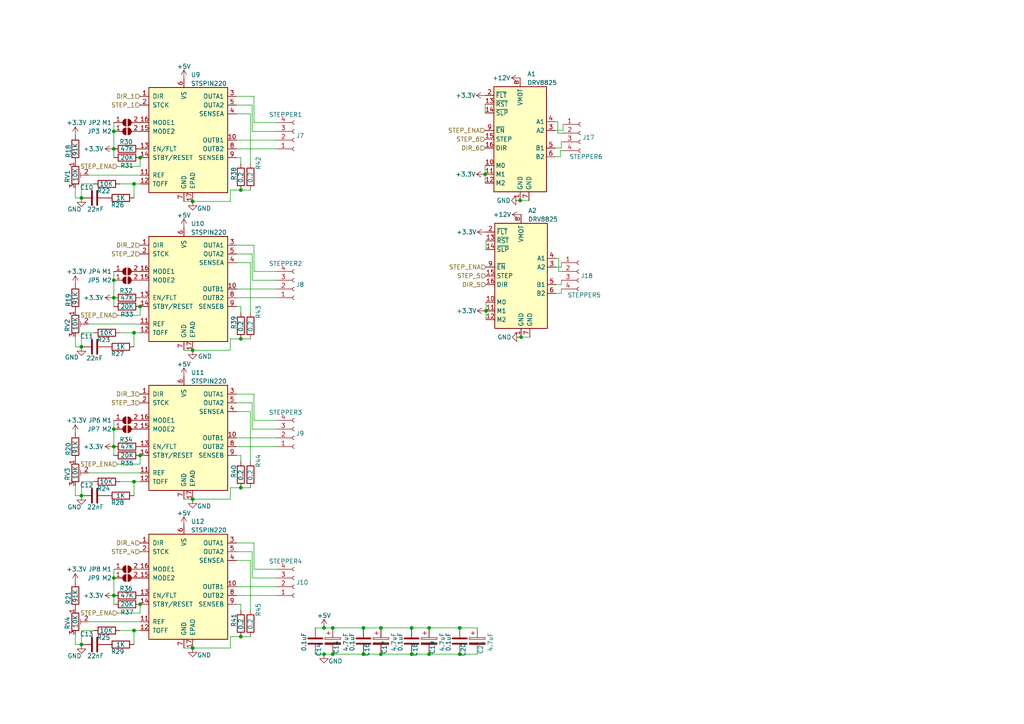
<source format=kicad_sch>
(kicad_sch (version 20211123) (generator eeschema)
  (paper "A4")
  (lib_symbols
    (symbol "Connector:Conn_01x04_Female" (pin_names (offset 1.016) hide)
      (property "Reference" "J" (at 0 5.08 0))
      (property "Value" "Conn_01x04_Female" (at 0 -7.62 0))
      (symbol "Conn_01x04_Female_1_1"
        (arc (start 0 -4.572) (mid -0.508 -5.08) (end 0 -5.588) (stroke (width 0.1524)))
        (arc (start 0 -2.032) (mid -0.508 -2.54) (end 0 -3.048) (stroke (width 0.1524)))
        (polyline (pts (xy -1.27 -5.08) (xy -0.508 -5.08)) (stroke (width 0.1524)))
        (polyline (pts (xy -1.27 -2.54) (xy -0.508 -2.54)) (stroke (width 0.1524)))
        (polyline (pts (xy -1.27 0) (xy -0.508 0)) (stroke (width 0.1524)))
        (polyline (pts (xy -1.27 2.54) (xy -0.508 2.54)) (stroke (width 0.1524)))
        (arc (start 0 0.508) (mid -0.508 0) (end 0 -0.508) (stroke (width 0.1524)))
        (arc (start 0 3.048) (mid -0.508 2.54) (end 0 2.032) (stroke (width 0.1524)))
        (pin passive line (at -5.08 2.54 0) (length 3.81) (name "Pin_1") (number "1"))
        (pin passive line (at -5.08 0 0) (length 3.81) (name "Pin_2") (number "2"))
        (pin passive line (at -5.08 -2.54 0) (length 3.81) (name "Pin_3") (number "3"))
        (pin passive line (at -5.08 -5.08 0) (length 3.81) (name "Pin_4") (number "4"))
      )
    )
    (symbol "Device:C" (pin_numbers hide) (pin_names (offset 0.254))
      (property "Reference" "C" (at 0.635 2.54 0))
      (property "Value" "C" (at 0.635 -2.54 0))
      (symbol "C_0_1"
        (polyline (pts (xy -2.032 -0.762) (xy 2.032 -0.762)) (stroke (width 0.508)))
        (polyline (pts (xy -2.032 0.762) (xy 2.032 0.762)) (stroke (width 0.508)))
      )
      (symbol "C_1_1"
        (pin passive line (at 0 3.81 270) (length 2.794) (name "~") (number "1"))
        (pin passive line (at 0 -3.81 90) (length 2.794) (name "~") (number "2"))
      )
    )
    (symbol "Device:C_Polarized" (pin_numbers hide) (pin_names (offset 0.254))
      (property "Reference" "C" (at 0.635 2.54 0))
      (property "Value" "C_Polarized" (at 0.635 -2.54 0))
      (symbol "C_Polarized_0_1"
        (rectangle (start -2.286 0.508) (end 2.286 1.016))
        (polyline (pts (xy -1.778 2.286) (xy -0.762 2.286)))
        (polyline (pts (xy -1.27 2.794) (xy -1.27 1.778)))
        (rectangle (start 2.286 -0.508) (end -2.286 -1.016) (fill (type outline)))
      )
      (symbol "C_Polarized_1_1"
        (pin passive line (at 0 3.81 270) (length 2.794) (name "~") (number "1"))
        (pin passive line (at 0 -3.81 90) (length 2.794) (name "~") (number "2"))
      )
    )
    (symbol "Device:R" (pin_numbers hide) (pin_names (offset 0))
      (property "Reference" "R" (at 2.032 0 90))
      (property "Value" "R" (at 0 0 90))
      (symbol "R_0_1"
        (rectangle (start -1.016 -2.54) (end 1.016 2.54) (stroke (width 0.254)))
      )
      (symbol "R_1_1"
        (pin passive line (at 0 3.81 270) (length 1.27) (name "~") (number "1"))
        (pin passive line (at 0 -3.81 90) (length 1.27) (name "~") (number "2"))
      )
    )
    (symbol "Device:R_Potentiometer_Trim" (pin_names (offset 1.016) hide)
      (property "Reference" "RV" (at -4.445 0 90))
      (property "Value" "R_Potentiometer_Trim" (at -2.54 0 90))
      (symbol "R_Potentiometer_Trim_0_1"
        (polyline (pts (xy 1.524 0.762) (xy 1.524 -0.762)))
        (polyline (pts (xy 2.54 0) (xy 1.524 0)))
        (rectangle (start 1.016 2.54) (end -1.016 -2.54) (stroke (width 0.254)))
      )
      (symbol "R_Potentiometer_Trim_1_1"
        (pin passive line (at 0 3.81 270) (length 1.27) (name "1") (number "1"))
        (pin passive line (at 3.81 0 180) (length 1.27) (name "2") (number "2"))
        (pin passive line (at 0 -3.81 90) (length 1.27) (name "3") (number "3"))
      )
    )
    (symbol "Driver_Motor:Pololu_Breakout_DRV8825"
      (property "Reference" "A" (at -2.54 16.51 0))
      (property "Value" "Pololu_Breakout_DRV8825" (at -2.54 13.97 0))
      (symbol "Pololu_Breakout_DRV8825_0_1"
        (rectangle (start 7.62 -17.78) (end -7.62 12.7) (stroke (width 0.254)) (fill (type background)))
      )
      (symbol "Pololu_Breakout_DRV8825_1_1"
        (pin power_in line (at 0 -20.32 90) (length 2.54) (name "GND") (number "1"))
        (pin input line (at -10.16 -10.16 0) (length 2.54) (name "M0") (number "10"))
        (pin input line (at -10.16 -12.7 0) (length 2.54) (name "M1") (number "11"))
        (pin input line (at -10.16 -15.24 0) (length 2.54) (name "M2") (number "12"))
        (pin input line (at -10.16 7.62 0) (length 2.54) (name "~{RST}") (number "13"))
        (pin input line (at -10.16 5.08 0) (length 2.54) (name "~{SLP}") (number "14"))
        (pin input line (at -10.16 -2.54 0) (length 2.54) (name "STEP") (number "15"))
        (pin input line (at -10.16 -5.08 0) (length 2.54) (name "DIR") (number "16"))
        (pin output line (at -10.16 10.16 0) (length 2.54) (name "~{FLT}") (number "2"))
        (pin output line (at 10.16 0 180) (length 2.54) (name "A2") (number "3"))
        (pin output line (at 10.16 2.54 180) (length 2.54) (name "A1") (number "4"))
        (pin output line (at 10.16 -5.08 180) (length 2.54) (name "B1") (number "5"))
        (pin output line (at 10.16 -7.62 180) (length 2.54) (name "B2") (number "6"))
        (pin power_in line (at 2.54 -20.32 90) (length 2.54) (name "GND") (number "7"))
        (pin power_in line (at 0 15.24 270) (length 2.54) (name "VMOT") (number "8"))
        (pin input line (at -10.16 0 0) (length 2.54) (name "~{EN}") (number "9"))
      )
    )
    (symbol "Driver_Motor:STSPIN220" (pin_names (offset 1.016))
      (property "Reference" "U" (at -10.16 16.51 0))
      (property "Value" "STSPIN220" (at 5.08 16.51 0))
      (symbol "STSPIN220_0_1"
        (rectangle (start -10.16 15.24) (end 12.7 -15.24) (stroke (width 0.254)) (fill (type background)))
      )
      (symbol "STSPIN220_1_1"
        (pin input line (at -12.7 12.7 0) (length 2.54) (name "DIR") (number "1"))
        (pin power_out line (at 15.24 0 180) (length 2.54) (name "OUTB1") (number "10"))
        (pin input line (at -12.7 -10.16 0) (length 2.54) (name "REF") (number "11"))
        (pin input line (at -12.7 -12.7 0) (length 2.54) (name "TOFF") (number "12"))
        (pin bidirectional line (at -12.7 -2.54 0) (length 2.54) (name "EN/FLT") (number "13"))
        (pin input line (at -12.7 -5.08 0) (length 2.54) (name "STBY/RESET") (number "14"))
        (pin input line (at -12.7 2.54 0) (length 2.54) (name "MODE2") (number "15"))
        (pin input line (at -12.7 5.08 0) (length 2.54) (name "MODE1") (number "16"))
        (pin power_in line (at 2.54 -17.78 90) (length 2.54) (name "EPAD") (number "17"))
        (pin input line (at -12.7 10.16 0) (length 2.54) (name "STCK") (number "2"))
        (pin power_out line (at 15.24 12.7 180) (length 2.54) (name "OUTA1") (number "3"))
        (pin power_out line (at 15.24 7.62 180) (length 2.54) (name "SENSEA") (number "4"))
        (pin power_out line (at 15.24 10.16 180) (length 2.54) (name "OUTA2") (number "5"))
        (pin power_in line (at 0 17.78 270) (length 2.54) (name "VS") (number "6"))
        (pin power_in line (at 0 -17.78 90) (length 2.54) (name "GND") (number "7"))
        (pin power_out line (at 15.24 -2.54 180) (length 2.54) (name "OUTB2") (number "8"))
        (pin power_out line (at 15.24 -5.08 180) (length 2.54) (name "SENSEB") (number "9"))
      )
    )
    (symbol "Jumper:SolderJumper_2_Open" (pin_names (offset 0) hide)
      (property "Reference" "JP" (at 0 2.032 0))
      (property "Value" "SolderJumper_2_Open" (at 0 -2.54 0))
      (symbol "SolderJumper_2_Open_0_1"
        (arc (start -0.254 1.016) (mid -1.27 0) (end -0.254 -1.016))
        (arc (start -0.254 1.016) (mid -1.27 0) (end -0.254 -1.016) (fill (type outline)))
        (polyline (pts (xy -0.254 1.016) (xy -0.254 -1.016)))
        (polyline (pts (xy 0.254 1.016) (xy 0.254 -1.016)))
        (arc (start 0.254 -1.016) (mid 1.27 0) (end 0.254 1.016))
        (arc (start 0.254 -1.016) (mid 1.27 0) (end 0.254 1.016) (fill (type outline)))
      )
      (symbol "SolderJumper_2_Open_1_1"
        (pin passive line (at -3.81 0 0) (length 2.54) (name "A") (number "1"))
        (pin passive line (at 3.81 0 180) (length 2.54) (name "B") (number "2"))
      )
    )
    (symbol "power:+12V" (power) (pin_names (offset 0))
      (property "Value" "+12V" (at 0 3.556 0))
      (symbol "+12V_0_1"
        (polyline (pts (xy -0.762 1.27) (xy 0 2.54)))
        (polyline (pts (xy 0 0) (xy 0 2.54)))
        (polyline (pts (xy 0 2.54) (xy 0.762 1.27)))
      )
      (symbol "+12V_1_1"
        (pin power_in line (at 0 0 90) (length 0) hide (name "+12V") (number "1"))
      )
    )
    (symbol "power:+3.3V" (power) (pin_names (offset 0))
      (property "Value" "+3.3V" (at 0 3.556 0))
      (symbol "+3.3V_0_1"
        (polyline (pts (xy -0.762 1.27) (xy 0 2.54)))
        (polyline (pts (xy 0 0) (xy 0 2.54)))
        (polyline (pts (xy 0 2.54) (xy 0.762 1.27)))
      )
      (symbol "+3.3V_1_1"
        (pin power_in line (at 0 0 90) (length 0) hide (name "+3.3V") (number "1"))
      )
    )
    (symbol "power:+5V" (power) (pin_names (offset 0))
      (property "Value" "+5V" (at 0 3.556 0))
      (symbol "+5V_0_1"
        (polyline (pts (xy -0.762 1.27) (xy 0 2.54)))
        (polyline (pts (xy 0 0) (xy 0 2.54)))
        (polyline (pts (xy 0 2.54) (xy 0.762 1.27)))
      )
      (symbol "+5V_1_1"
        (pin power_in line (at 0 0 90) (length 0) hide (name "+5V") (number "1"))
      )
    )
    (symbol "power:GND" (power) (pin_names (offset 0))
      (property "Value" "GND" (at 0 -3.81 0))
      (symbol "GND_0_1"
        (polyline (pts (xy 0 0) (xy 0 -1.27) (xy 1.27 -1.27) (xy 0 -2.54) (xy -1.27 -1.27) (xy 0 -1.27)))
      )
      (symbol "GND_1_1"
        (pin power_in line (at 0 0 270) (length 0) hide (name "GND") (number "1"))
      )
    )
  )
  (junction (at 119.38 182.118))
  (junction (at 23.622 100.584))
  (junction (at 93.98 189.738))
  (junction (at 38.862 53.34))
  (junction (at 110.49 189.738))
  (junction (at 33.02 38.1))
  (junction (at 151.13 97.79))
  (junction (at 40.64 132.08))
  (junction (at 140.716 50.546))
  (junction (at 133.35 182.118))
  (junction (at 69.85 98.298))
  (junction (at 33.02 167.64))
  (junction (at 23.622 143.764))
  (junction (at 55.88 58.42))
  (junction (at 55.88 187.96))
  (junction (at 33.02 86.36))
  (junction (at 124.46 182.118))
  (junction (at 105.41 182.118))
  (junction (at 93.98 182.118))
  (junction (at 69.85 184.658))
  (junction (at 119.38 189.738))
  (junction (at 140.97 90.17))
  (junction (at 124.46 189.738))
  (junction (at 33.02 129.54))
  (junction (at 110.49 182.118))
  (junction (at 38.862 96.52))
  (junction (at 40.64 175.26))
  (junction (at 23.622 186.944))
  (junction (at 69.85 141.478))
  (junction (at 33.02 124.46))
  (junction (at 38.862 182.88))
  (junction (at 55.88 101.6))
  (junction (at 33.02 81.28))
  (junction (at 105.41 189.738))
  (junction (at 150.876 58.166))
  (junction (at 40.64 88.9))
  (junction (at 55.88 144.78))
  (junction (at 69.85 55.118))
  (junction (at 23.622 57.404))
  (junction (at 40.64 45.72))
  (junction (at 33.02 43.18))
  (junction (at 96.52 189.738))
  (junction (at 38.862 139.7))
  (junction (at 96.52 182.118))
  (junction (at 133.35 189.738))
  (junction (at 33.02 172.72))
  (wire (pts (xy 68.58 71.12) (xy 73.66 71.12)))
  (wire (pts (xy 53.34 58.42) (xy 55.88 58.42)))
  (wire (pts (xy 73.66 114.3) (xy 73.66 121.92)))
  (wire (pts (xy 34.798 139.7) (xy 38.862 139.7)))
  (wire (pts (xy 68.58 129.54) (xy 80.264 129.54)))
  (wire (pts (xy 69.85 45.72) (xy 69.85 47.498)))
  (wire (pts (xy 27.178 53.34) (xy 23.622 53.34)))
  (wire (pts (xy 34.036 177.8) (xy 40.64 177.8)))
  (wire (pts (xy 72.644 162.56) (xy 72.644 177.038)))
  (wire (pts (xy 73.66 71.12) (xy 73.66 78.74)))
  (wire (pts (xy 110.49 182.118) (xy 119.38 182.118)))
  (wire (pts (xy 69.85 55.118) (xy 72.644 55.118)))
  (wire (pts (xy 38.862 53.34) (xy 38.862 57.404)))
  (wire (pts (xy 33.02 121.92) (xy 33.02 124.46)))
  (wire (pts (xy 68.58 43.18) (xy 80.264 43.18)))
  (wire (pts (xy 27.178 139.7) (xy 23.622 139.7)))
  (wire (pts (xy 140.716 48.006) (xy 140.716 50.546)))
  (wire (pts (xy 68.58 30.48) (xy 73.152 30.48)))
  (wire (pts (xy 73.152 167.64) (xy 80.264 167.64)))
  (wire (pts (xy 21.844 57.404) (xy 23.622 57.404)))
  (wire (pts (xy 69.85 141.478) (xy 72.644 141.478)))
  (wire (pts (xy 21.844 100.584) (xy 23.622 100.584)))
  (wire (pts (xy 40.64 175.26) (xy 40.64 177.8)))
  (wire (pts (xy 68.58 88.9) (xy 69.85 88.9)))
  (wire (pts (xy 23.622 182.88) (xy 23.622 186.944)))
  (wire (pts (xy 38.862 139.7) (xy 40.64 139.7)))
  (wire (pts (xy 33.02 78.74) (xy 33.02 81.28)))
  (wire (pts (xy 21.844 54.61) (xy 21.844 57.404)))
  (wire (pts (xy 161.036 35.306) (xy 161.798 35.306)))
  (wire (pts (xy 68.58 83.82) (xy 80.264 83.82)))
  (wire (pts (xy 68.58 33.02) (xy 72.644 33.02)))
  (wire (pts (xy 69.85 88.9) (xy 69.85 90.678)))
  (wire (pts (xy 66.802 98.298) (xy 66.802 101.6)))
  (wire (pts (xy 73.152 81.28) (xy 80.264 81.28)))
  (wire (pts (xy 66.802 144.78) (xy 55.88 144.78)))
  (wire (pts (xy 162.56 45.466) (xy 162.56 43.688)))
  (wire (pts (xy 33.02 43.18) (xy 33.02 45.72)))
  (wire (pts (xy 66.802 58.42) (xy 55.88 58.42)))
  (wire (pts (xy 25.654 137.16) (xy 40.64 137.16)))
  (wire (pts (xy 66.802 187.96) (xy 55.88 187.96)))
  (wire (pts (xy 161.036 37.846) (xy 163.322 37.846)))
  (wire (pts (xy 53.34 187.96) (xy 55.88 187.96)))
  (wire (pts (xy 40.64 132.08) (xy 40.64 134.62)))
  (wire (pts (xy 73.66 35.56) (xy 80.264 35.56)))
  (wire (pts (xy 163.322 37.846) (xy 163.322 36.068)))
  (wire (pts (xy 68.58 162.56) (xy 72.644 162.56)))
  (wire (pts (xy 93.98 189.738) (xy 96.52 189.738)))
  (wire (pts (xy 161.798 38.608) (xy 161.798 35.306)))
  (wire (pts (xy 34.036 48.26) (xy 40.64 48.26)))
  (wire (pts (xy 69.85 98.298) (xy 72.644 98.298)))
  (wire (pts (xy 27.178 96.52) (xy 23.622 96.52)))
  (wire (pts (xy 161.29 77.47) (xy 162.814 77.47)))
  (wire (pts (xy 21.844 184.15) (xy 21.844 186.944)))
  (wire (pts (xy 162.814 77.47) (xy 162.814 76.2)))
  (wire (pts (xy 23.622 139.7) (xy 23.622 143.764)))
  (wire (pts (xy 34.036 134.62) (xy 40.64 134.62)))
  (wire (pts (xy 73.152 160.02) (xy 73.152 167.64)))
  (wire (pts (xy 105.41 182.118) (xy 110.49 182.118)))
  (wire (pts (xy 69.85 141.478) (xy 66.802 141.478)))
  (wire (pts (xy 34.798 96.52) (xy 38.862 96.52)))
  (wire (pts (xy 25.654 93.98) (xy 40.64 93.98)))
  (wire (pts (xy 33.02 81.28) (xy 33.02 86.36)))
  (wire (pts (xy 119.38 189.738) (xy 124.46 189.738)))
  (wire (pts (xy 68.58 116.84) (xy 73.152 116.84)))
  (wire (pts (xy 40.64 88.9) (xy 40.64 91.44)))
  (wire (pts (xy 151.13 97.79) (xy 153.67 97.79)))
  (wire (pts (xy 96.52 182.118) (xy 105.41 182.118)))
  (wire (pts (xy 33.02 38.1) (xy 33.02 43.18)))
  (wire (pts (xy 68.58 160.02) (xy 73.152 160.02)))
  (wire (pts (xy 72.644 119.38) (xy 72.644 133.858)))
  (wire (pts (xy 68.58 157.48) (xy 73.66 157.48)))
  (wire (pts (xy 38.862 53.34) (xy 40.64 53.34)))
  (wire (pts (xy 33.02 165.1) (xy 33.02 167.64)))
  (wire (pts (xy 66.802 141.478) (xy 66.802 144.78)))
  (wire (pts (xy 68.58 73.66) (xy 73.152 73.66)))
  (wire (pts (xy 68.58 114.3) (xy 73.66 114.3)))
  (wire (pts (xy 34.798 182.88) (xy 38.862 182.88)))
  (wire (pts (xy 163.322 38.608) (xy 161.798 38.608)))
  (wire (pts (xy 27.178 182.88) (xy 23.622 182.88)))
  (wire (pts (xy 140.716 50.546) (xy 140.716 53.086)))
  (wire (pts (xy 68.58 172.72) (xy 80.264 172.72)))
  (wire (pts (xy 66.802 184.658) (xy 66.802 187.96)))
  (wire (pts (xy 68.58 76.2) (xy 72.644 76.2)))
  (wire (pts (xy 68.58 40.64) (xy 80.264 40.64)))
  (wire (pts (xy 25.654 50.8) (xy 40.64 50.8)))
  (wire (pts (xy 69.85 55.118) (xy 66.802 55.118)))
  (wire (pts (xy 34.798 53.34) (xy 38.862 53.34)))
  (wire (pts (xy 38.862 182.88) (xy 38.862 186.944)))
  (wire (pts (xy 73.66 157.48) (xy 73.66 165.1)))
  (wire (pts (xy 150.876 58.166) (xy 153.416 58.166)))
  (wire (pts (xy 38.862 139.7) (xy 38.862 143.764)))
  (wire (pts (xy 68.58 132.08) (xy 69.85 132.08)))
  (wire (pts (xy 33.02 167.64) (xy 33.02 172.72)))
  (wire (pts (xy 38.862 96.52) (xy 38.862 100.584)))
  (wire (pts (xy 68.58 170.18) (xy 80.264 170.18)))
  (wire (pts (xy 124.46 189.738) (xy 133.35 189.738)))
  (wire (pts (xy 69.85 175.26) (xy 69.85 177.038)))
  (wire (pts (xy 21.844 140.97) (xy 21.844 143.764)))
  (wire (pts (xy 21.844 97.79) (xy 21.844 100.584)))
  (wire (pts (xy 69.85 98.298) (xy 66.802 98.298)))
  (wire (pts (xy 140.716 30.226) (xy 140.716 32.766)))
  (wire (pts (xy 33.02 172.72) (xy 33.02 175.26)))
  (wire (pts (xy 69.85 184.658) (xy 66.802 184.658)))
  (wire (pts (xy 161.036 45.466) (xy 162.56 45.466)))
  (wire (pts (xy 69.85 132.08) (xy 69.85 133.858)))
  (wire (pts (xy 124.46 182.118) (xy 133.35 182.118)))
  (wire (pts (xy 23.622 96.52) (xy 23.622 100.584)))
  (wire (pts (xy 133.35 182.118) (xy 138.43 182.118)))
  (wire (pts (xy 133.35 189.738) (xy 138.43 189.738)))
  (wire (pts (xy 68.58 86.36) (xy 80.264 86.36)))
  (wire (pts (xy 140.97 69.85) (xy 140.97 72.39)))
  (wire (pts (xy 69.85 184.658) (xy 72.644 184.658)))
  (wire (pts (xy 73.66 27.94) (xy 73.66 35.56)))
  (wire (pts (xy 161.29 85.09) (xy 162.814 85.09)))
  (wire (pts (xy 33.02 35.56) (xy 33.02 38.1)))
  (wire (pts (xy 68.58 27.94) (xy 73.66 27.94)))
  (wire (pts (xy 91.44 182.118) (xy 93.98 182.118)))
  (wire (pts (xy 68.58 127) (xy 80.264 127)))
  (wire (pts (xy 68.58 119.38) (xy 72.644 119.38)))
  (wire (pts (xy 33.02 86.36) (xy 33.02 88.9)))
  (wire (pts (xy 38.862 96.52) (xy 40.64 96.52)))
  (wire (pts (xy 163.322 41.148) (xy 162.814 41.148)))
  (wire (pts (xy 73.66 78.74) (xy 80.264 78.74)))
  (wire (pts (xy 33.02 124.46) (xy 33.02 129.54)))
  (wire (pts (xy 73.152 124.46) (xy 80.264 124.46)))
  (wire (pts (xy 73.152 30.48) (xy 73.152 38.1)))
  (wire (pts (xy 162.56 43.688) (xy 163.322 43.688)))
  (wire (pts (xy 40.64 45.72) (xy 40.64 48.26)))
  (wire (pts (xy 162.814 41.148) (xy 162.814 42.926)))
  (wire (pts (xy 162.052 74.93) (xy 162.052 78.74)))
  (wire (pts (xy 161.29 82.55) (xy 162.814 82.55)))
  (wire (pts (xy 66.802 55.118) (xy 66.802 58.42)))
  (wire (pts (xy 110.49 189.738) (xy 119.38 189.738)))
  (wire (pts (xy 105.41 189.738) (xy 110.49 189.738)))
  (wire (pts (xy 73.66 121.92) (xy 80.264 121.92)))
  (wire (pts (xy 161.036 42.926) (xy 162.814 42.926)))
  (wire (pts (xy 73.152 38.1) (xy 80.264 38.1)))
  (wire (pts (xy 140.97 90.17) (xy 140.97 92.71)))
  (wire (pts (xy 21.844 186.944) (xy 23.622 186.944)))
  (wire (pts (xy 68.58 175.26) (xy 69.85 175.26)))
  (wire (pts (xy 72.644 33.02) (xy 72.644 47.498)))
  (wire (pts (xy 162.052 78.74) (xy 162.814 78.74)))
  (wire (pts (xy 91.44 189.738) (xy 93.98 189.738)))
  (wire (pts (xy 72.644 76.2) (xy 72.644 90.678)))
  (wire (pts (xy 140.97 87.63) (xy 140.97 90.17)))
  (wire (pts (xy 96.52 189.738) (xy 105.41 189.738)))
  (wire (pts (xy 68.58 45.72) (xy 69.85 45.72)))
  (wire (pts (xy 162.814 82.55) (xy 162.814 81.28)))
  (wire (pts (xy 25.654 180.34) (xy 40.64 180.34)))
  (wire (pts (xy 162.814 85.09) (xy 162.814 83.82)))
  (wire (pts (xy 53.34 144.78) (xy 55.88 144.78)))
  (wire (pts (xy 34.036 91.44) (xy 40.64 91.44)))
  (wire (pts (xy 73.152 116.84) (xy 73.152 124.46)))
  (wire (pts (xy 38.862 182.88) (xy 40.64 182.88)))
  (wire (pts (xy 73.66 165.1) (xy 80.264 165.1)))
  (wire (pts (xy 33.02 129.54) (xy 33.02 132.08)))
  (wire (pts (xy 53.34 101.6) (xy 55.88 101.6)))
  (wire (pts (xy 23.622 53.34) (xy 23.622 57.404)))
  (wire (pts (xy 119.38 182.118) (xy 124.46 182.118)))
  (wire (pts (xy 21.844 143.764) (xy 23.622 143.764)))
  (wire (pts (xy 93.98 182.118) (xy 96.52 182.118)))
  (wire (pts (xy 161.29 74.93) (xy 162.052 74.93)))
  (wire (pts (xy 73.152 73.66) (xy 73.152 81.28)))
  (wire (pts (xy 66.802 101.6) (xy 55.88 101.6)))
  (hierarchical_label "STEP_ENA" (shape input) (at 34.036 48.26 180))
  (hierarchical_label "DIR_3" (shape input) (at 40.64 114.3 180))
  (hierarchical_label "DIR_4" (shape input) (at 40.64 157.48 180))
  (hierarchical_label "DIR_5" (shape input) (at 140.97 82.55 180))
  (hierarchical_label "STEP_3" (shape input) (at 40.64 116.84 180))
  (hierarchical_label "DIR_1" (shape input) (at 40.64 27.94 180))
  (hierarchical_label "DIR_2" (shape input) (at 40.64 71.12 180))
  (hierarchical_label "STEP_ENA" (shape input) (at 34.036 134.62 180))
  (hierarchical_label "STEP_ENA" (shape input) (at 140.716 37.846 180))
  (hierarchical_label "STEP_ENA" (shape input) (at 34.036 91.44 180))
  (hierarchical_label "STEP_2" (shape input) (at 40.64 73.66 180))
  (hierarchical_label "STEP_6" (shape input) (at 140.716 40.386 180))
  (hierarchical_label "STEP_4" (shape input) (at 40.64 160.02 180))
  (hierarchical_label "STEP_5" (shape input) (at 140.97 80.01 180))
  (hierarchical_label "STEP_1" (shape input) (at 40.64 30.48 180))
  (hierarchical_label "DIR_6" (shape input) (at 140.716 42.926 180))
  (hierarchical_label "STEP_ENA" (shape input) (at 34.036 177.8 180))
  (hierarchical_label "STEP_ENA" (shape input) (at 140.97 77.47 180))
  (symbol (lib_id "Device:R") (at 35.052 143.764 90) (unit 1)
    (property "Reference" "R28" (at 36.068 145.796 90) (effects (justify left)))
    (property "Value" "1K" (at 36.322 143.764 90) (effects (justify left)))
    (property "Footprint" "Resistor_SMD:R_0603_1608Metric" (effects hide))
  )
  (symbol (lib_id "power:GND") (at 150.876 58.166 270) (unit 1)
    (property "Reference" "#PWR0120" (effects hide))
    (property "Value" "GND" (at 146.05 58.166 90))
  )
  (symbol (lib_id "power:GND") (at 23.622 100.584 0) (unit 1)
    (property "Reference" "#PWR034" (effects hide))
    (property "Value" "GND" (at 20.828 103.632 0))
  )
  (symbol (lib_id "Device:C_Polarized") (at 96.52 185.928 0) (unit 1)
    (property "Reference" "C15" (at 97.536 189.738 90) (effects (justify left)))
    (property "Value" "4.7uF" (at 100.33 188.976 90) (effects (justify left)))
    (property "Footprint" "Capacitor_Tantalum_SMD:CP_EIA-2012-12_Kemet-R" (effects hide))
  )
  (symbol (lib_id "power:+5V") (at 53.34 109.22 0) (unit 1)
    (property "Reference" "#PWR043" (effects hide))
    (property "Value" "+5V" (at 53.34 105.6442 0))
  )
  (symbol (lib_id "Connector:Conn_01x04_Female") (at 168.402 38.608 0) (unit 1)
    (property "Reference" "J17" (at 168.91 39.878 0) (effects (justify left)))
    (property "Value" "STEPPER6" (at 165.1 45.466 0) (effects (justify left)))
    (property "Footprint" "Connector_JST:JST_GH_SM04B-GHS-TB_1x04-1MP_P1.25mm_Horizontal" (effects hide))
  )
  (symbol (lib_id "power:+3.3V") (at 33.02 172.72 90) (unit 1)
    (property "Reference" "#PWR040" (effects hide))
    (property "Value" "+3.3V" (at 24.13 172.72 90) (effects (justify right)))
  )
  (symbol (lib_id "Device:R") (at 72.644 51.308 0) (unit 1)
    (property "Reference" "R42" (at 74.93 49.276 90) (effects (justify left)))
    (property "Value" "0.2" (at 72.644 53.086 90) (effects (justify left)))
    (property "Footprint" "Resistor_SMD:R_1206_3216Metric" (effects hide))
  )
  (symbol (lib_id "power:GND") (at 23.622 186.944 0) (unit 1)
    (property "Reference" "#PWR036" (effects hide))
    (property "Value" "GND" (at 21.59 190.246 0))
  )
  (symbol (lib_id "power:+3.3V") (at 21.844 82.55 0) (unit 1)
    (property "Reference" "#PWR030" (effects hide))
    (property "Value" "+3.3V" (at 25.146 78.74 0) (effects (justify right)))
  )
  (symbol (lib_id "Device:R") (at 35.052 100.584 90) (unit 1)
    (property "Reference" "R27" (at 36.068 102.616 90) (effects (justify left)))
    (property "Value" "1K" (at 36.322 100.584 90) (effects (justify left)))
    (property "Footprint" "Resistor_SMD:R_0603_1608Metric" (effects hide))
  )
  (symbol (lib_id "Jumper:SolderJumper_2_Open") (at 36.83 165.1 0) (unit 1)
    (property "Reference" "JP8" (at 27.432 165.1 0))
    (property "Value" "M1" (at 30.988 165.1 0))
    (property "Footprint" "Jumper:SolderJumper-2_P1.3mm_Open_RoundedPad1.0x1.5mm" (effects hide))
  )
  (symbol (lib_id "Device:R") (at 35.052 186.944 90) (unit 1)
    (property "Reference" "R29" (at 36.068 188.976 90) (effects (justify left)))
    (property "Value" "1K" (at 36.322 186.944 90) (effects (justify left)))
    (property "Footprint" "Resistor_SMD:R_0603_1608Metric" (effects hide))
  )
  (symbol (lib_id "power:GND") (at 151.13 97.79 270) (unit 1)
    (property "Reference" "#PWR0121" (effects hide))
    (property "Value" "GND" (at 146.304 97.79 90))
  )
  (symbol (lib_id "Device:R") (at 36.83 172.72 90) (unit 1)
    (property "Reference" "R36" (at 36.576 170.688 90))
    (property "Value" "47K" (at 36.83 172.72 90))
    (property "Footprint" "Resistor_SMD:R_0603_1608Metric" (effects hide))
  )
  (symbol (lib_id "Device:R") (at 72.644 137.668 0) (unit 1)
    (property "Reference" "R44" (at 74.93 135.636 90) (effects (justify left)))
    (property "Value" "0.2" (at 72.644 139.446 90) (effects (justify left)))
    (property "Footprint" "Resistor_SMD:R_1206_3216Metric" (effects hide))
  )
  (symbol (lib_id "Device:C") (at 27.432 143.764 90) (unit 1)
    (property "Reference" "C12" (at 25.146 140.716 90))
    (property "Value" "22nF" (at 27.686 147.066 90))
    (property "Footprint" "Capacitor_SMD:C_0603_1608Metric" (effects hide))
  )
  (symbol (lib_id "power:+12V") (at 150.876 22.606 90) (unit 1)
    (property "Reference" "#PWR0119" (effects hide))
    (property "Value" "+12V" (at 148.082 22.606 90) (effects (justify left)))
  )
  (symbol (lib_id "Driver_Motor:STSPIN220") (at 53.34 40.64 0) (unit 1)
    (property "Reference" "U9" (at 55.3594 21.7002 0) (effects (justify left)))
    (property "Value" "STSPIN220" (at 55.3594 24.2371 0) (effects (justify left)))
    (property "Footprint" "Package_DFN_QFN:VQFN-16-1EP_3x3mm_P0.5mm_EP1.8x1.8mm" (effects hide))
    (property "Datasheet" "www.st.com/resource/en/datasheet/stspin220.pdf" (effects hide))
  )
  (symbol (lib_id "Device:C") (at 133.35 185.928 0) (unit 1)
    (property "Reference" "C20" (at 134.366 188.468 90))
    (property "Value" "0.1uF" (at 130.048 186.182 90))
    (property "Footprint" "Capacitor_SMD:C_0603_1608Metric" (effects hide))
  )
  (symbol (lib_id "Connector:Conn_01x04_Female") (at 85.344 127 0) (mirror x) (unit 1)
    (property "Reference" "J9" (at 85.852 125.73 0) (effects (justify left)))
    (property "Value" "STEPPER3" (at 77.978 119.634 0) (effects (justify left)))
    (property "Footprint" "Connector_JST:JST_GH_SM04B-GHS-TB_1x04-1MP_P1.25mm_Horizontal" (effects hide))
  )
  (symbol (lib_id "Device:R") (at 72.644 94.488 0) (unit 1)
    (property "Reference" "R43" (at 74.93 92.456 90) (effects (justify left)))
    (property "Value" "0.2" (at 72.644 96.266 90) (effects (justify left)))
    (property "Footprint" "Resistor_SMD:R_1206_3216Metric" (effects hide))
  )
  (symbol (lib_id "power:+3.3V") (at 33.02 43.18 90) (unit 1)
    (property "Reference" "#PWR037" (effects hide))
    (property "Value" "+3.3V" (at 24.13 43.18 90) (effects (justify right)))
  )
  (symbol (lib_id "power:+5V") (at 53.34 66.04 0) (unit 1)
    (property "Reference" "#PWR042" (effects hide))
    (property "Value" "+5V" (at 53.34 62.4642 0))
  )
  (symbol (lib_id "Jumper:SolderJumper_2_Open") (at 36.83 81.28 0) (unit 1)
    (property "Reference" "JP5" (at 27.178 81.28 0))
    (property "Value" "M2" (at 30.988 81.28 0))
    (property "Footprint" "Jumper:SolderJumper-2_P1.3mm_Open_RoundedPad1.0x1.5mm" (effects hide))
  )
  (symbol (lib_id "Device:R_Potentiometer_Trim") (at 21.844 180.34 0) (unit 1)
    (property "Reference" "RV4" (at 19.558 178.816 90) (effects (justify right)))
    (property "Value" "10K" (at 21.844 178.308 90) (effects (justify right)))
    (property "Footprint" "Potentiometer_SMD:Potentiometer_Bourns_TC33X_Vertical" (effects hide))
  )
  (symbol (lib_id "Device:R") (at 21.844 43.18 180) (unit 1)
    (property "Reference" "R18" (at 19.812 41.91 90) (effects (justify left)))
    (property "Value" "91K" (at 21.844 41.402 90) (effects (justify left)))
    (property "Footprint" "Resistor_SMD:R_0603_1608Metric" (effects hide))
  )
  (symbol (lib_id "Jumper:SolderJumper_2_Open") (at 36.83 35.56 0) (unit 1)
    (property "Reference" "JP2" (at 27.432 35.56 0))
    (property "Value" "M1" (at 30.988 35.56 0))
    (property "Footprint" "Jumper:SolderJumper-2_P1.3mm_Open_RoundedPad1.0x1.5mm" (effects hide))
  )
  (symbol (lib_id "power:GND") (at 55.88 144.78 0) (unit 1)
    (property "Reference" "#PWR047" (effects hide))
    (property "Value" "GND" (at 59.182 146.812 0))
  )
  (symbol (lib_id "power:GND") (at 55.88 187.96 0) (unit 1)
    (property "Reference" "#PWR048" (effects hide))
    (property "Value" "GND" (at 59.182 189.992 0))
  )
  (symbol (lib_id "Jumper:SolderJumper_2_Open") (at 36.83 167.64 0) (unit 1)
    (property "Reference" "JP9" (at 27.178 167.64 0))
    (property "Value" "M2" (at 30.988 167.64 0))
    (property "Footprint" "Jumper:SolderJumper-2_P1.3mm_Open_RoundedPad1.0x1.5mm" (effects hide))
  )
  (symbol (lib_id "Device:R_Potentiometer_Trim") (at 21.844 93.98 0) (unit 1)
    (property "Reference" "RV2" (at 19.558 92.456 90) (effects (justify right)))
    (property "Value" "10K" (at 21.844 91.948 90) (effects (justify right)))
    (property "Footprint" "Potentiometer_SMD:Potentiometer_Bourns_TC33X_Vertical" (effects hide))
  )
  (symbol (lib_id "power:GND") (at 23.622 57.404 0) (unit 1)
    (property "Reference" "#PWR033" (effects hide))
    (property "Value" "GND" (at 21.59 60.706 0))
  )
  (symbol (lib_id "power:+3.3V") (at 140.716 50.546 90) (unit 1)
    (property "Reference" "#PWR0116" (effects hide))
    (property "Value" "+3.3V" (at 132.08 50.546 90) (effects (justify right)))
  )
  (symbol (lib_id "Device:R") (at 36.83 129.54 90) (unit 1)
    (property "Reference" "R34" (at 36.576 127.508 90))
    (property "Value" "47K" (at 36.83 129.54 90))
    (property "Footprint" "Resistor_SMD:R_0603_1608Metric" (effects hide))
  )
  (symbol (lib_id "power:+3.3V") (at 21.844 125.73 0) (unit 1)
    (property "Reference" "#PWR031" (effects hide))
    (property "Value" "+3.3V" (at 25.146 121.92 0) (effects (justify right)))
  )
  (symbol (lib_id "Device:C") (at 27.432 57.404 90) (unit 1)
    (property "Reference" "C10" (at 25.146 54.356 90))
    (property "Value" "22nF" (at 27.686 60.706 90))
    (property "Footprint" "Capacitor_SMD:C_0603_1608Metric" (effects hide))
  )
  (symbol (lib_id "Device:R") (at 36.83 86.36 90) (unit 1)
    (property "Reference" "R32" (at 36.576 84.328 90))
    (property "Value" "47K" (at 36.83 86.36 90))
    (property "Footprint" "Resistor_SMD:R_0603_1608Metric" (effects hide))
  )
  (symbol (lib_id "Driver_Motor:STSPIN220") (at 53.34 127 0) (unit 1)
    (property "Reference" "U11" (at 55.3594 108.0602 0) (effects (justify left)))
    (property "Value" "STSPIN220" (at 55.3594 110.5971 0) (effects (justify left)))
    (property "Footprint" "Package_DFN_QFN:VQFN-16-1EP_3x3mm_P0.5mm_EP1.8x1.8mm" (effects hide))
    (property "Datasheet" "www.st.com/resource/en/datasheet/stspin220.pdf" (effects hide))
  )
  (symbol (lib_id "Device:R") (at 21.844 129.54 180) (unit 1)
    (property "Reference" "R20" (at 19.812 128.27 90) (effects (justify left)))
    (property "Value" "91K" (at 21.844 127.762 90) (effects (justify left)))
    (property "Footprint" "Resistor_SMD:R_0603_1608Metric" (effects hide))
  )
  (symbol (lib_id "power:+5V") (at 93.98 182.118 0) (unit 1)
    (property "Reference" "#PWR049" (effects hide))
    (property "Value" "+5V" (at 93.98 178.5422 0))
  )
  (symbol (lib_id "Device:R") (at 36.83 45.72 90) (unit 1)
    (property "Reference" "R31" (at 36.83 48.006 90))
    (property "Value" "20K" (at 36.83 45.72 90))
    (property "Footprint" "Resistor_SMD:R_0603_1608Metric" (effects hide))
  )
  (symbol (lib_id "Driver_Motor:Pololu_Breakout_DRV8825") (at 150.876 37.846 0) (unit 1)
    (property "Reference" "A1" (at 152.8954 21.4462 0) (effects (justify left)))
    (property "Value" "DRV8825" (at 152.8954 23.9831 0) (effects (justify left)))
    (property "Footprint" "Module:Pololu_Breakout-16_15.2x20.3mm" (effects hide))
    (property "Datasheet" "https://www.pololu.com/product/2982" (effects hide))
  )
  (symbol (lib_id "Device:R") (at 69.85 51.308 0) (unit 1)
    (property "Reference" "R38" (at 67.818 52.324 90) (effects (justify left)))
    (property "Value" "0.2" (at 69.85 53.086 90) (effects (justify left)))
    (property "Footprint" "Resistor_SMD:R_1206_3216Metric" (effects hide))
  )
  (symbol (lib_id "Device:R_Potentiometer_Trim") (at 21.844 50.8 0) (unit 1)
    (property "Reference" "RV1" (at 19.558 49.276 90) (effects (justify right)))
    (property "Value" "10K" (at 21.844 48.768 90) (effects (justify right)))
    (property "Footprint" "Potentiometer_SMD:Potentiometer_Bourns_TC33X_Vertical" (effects hide))
  )
  (symbol (lib_id "Jumper:SolderJumper_2_Open") (at 36.83 124.46 0) (unit 1)
    (property "Reference" "JP7" (at 27.178 124.46 0))
    (property "Value" "M2" (at 30.988 124.46 0))
    (property "Footprint" "Jumper:SolderJumper-2_P1.3mm_Open_RoundedPad1.0x1.5mm" (effects hide))
  )
  (symbol (lib_id "Device:R") (at 30.988 53.34 90) (unit 1)
    (property "Reference" "R22" (at 32.004 55.372 90) (effects (justify left)))
    (property "Value" "10K" (at 32.766 53.34 90) (effects (justify left)))
    (property "Footprint" "Resistor_SMD:R_0603_1608Metric" (effects hide))
  )
  (symbol (lib_id "Driver_Motor:STSPIN220") (at 53.34 170.18 0) (unit 1)
    (property "Reference" "U12" (at 55.3594 151.2402 0) (effects (justify left)))
    (property "Value" "STSPIN220" (at 55.3594 153.7771 0) (effects (justify left)))
    (property "Footprint" "Package_DFN_QFN:VQFN-16-1EP_3x3mm_P0.5mm_EP1.8x1.8mm" (effects hide))
    (property "Datasheet" "www.st.com/resource/en/datasheet/stspin220.pdf" (effects hide))
  )
  (symbol (lib_id "power:GND") (at 55.88 58.42 0) (unit 1)
    (property "Reference" "#PWR045" (effects hide))
    (property "Value" "GND" (at 59.182 60.452 0))
  )
  (symbol (lib_id "Device:R") (at 30.988 96.52 90) (unit 1)
    (property "Reference" "R23" (at 32.004 98.552 90) (effects (justify left)))
    (property "Value" "10K" (at 32.766 96.52 90) (effects (justify left)))
    (property "Footprint" "Resistor_SMD:R_0603_1608Metric" (effects hide))
  )
  (symbol (lib_id "Driver_Motor:Pololu_Breakout_DRV8825") (at 151.13 77.47 0) (unit 1)
    (property "Reference" "A2" (at 153.1494 61.0702 0) (effects (justify left)))
    (property "Value" "DRV8825" (at 153.1494 63.6071 0) (effects (justify left)))
    (property "Footprint" "Module:Pololu_Breakout-16_15.2x20.3mm" (effects hide))
    (property "Datasheet" "https://www.pololu.com/product/2982" (effects hide))
  )
  (symbol (lib_id "power:GND") (at 23.622 143.764 0) (unit 1)
    (property "Reference" "#PWR035" (effects hide))
    (property "Value" "GND" (at 21.59 147.066 0))
  )
  (symbol (lib_id "Device:R") (at 36.83 175.26 90) (unit 1)
    (property "Reference" "R37" (at 36.83 177.546 90))
    (property "Value" "20K" (at 36.83 175.26 90))
    (property "Footprint" "Resistor_SMD:R_0603_1608Metric" (effects hide))
  )
  (symbol (lib_id "power:+3.3V") (at 140.716 27.686 90) (unit 1)
    (property "Reference" "#PWR0115" (effects hide))
    (property "Value" "+3.3V" (at 132.08 27.686 90) (effects (justify right)))
  )
  (symbol (lib_id "Device:C_Polarized") (at 138.43 185.928 0) (unit 1)
    (property "Reference" "C21" (at 139.446 189.738 90) (effects (justify left)))
    (property "Value" "4.7uF" (at 142.24 188.976 90) (effects (justify left)))
    (property "Footprint" "Capacitor_Tantalum_SMD:CP_EIA-2012-12_Kemet-R" (effects hide))
  )
  (symbol (lib_id "Device:C") (at 27.432 186.944 90) (unit 1)
    (property "Reference" "C13" (at 25.146 183.896 90))
    (property "Value" "22nF" (at 27.686 190.246 90))
    (property "Footprint" "Capacitor_SMD:C_0603_1608Metric" (effects hide))
  )
  (symbol (lib_id "Connector:Conn_01x04_Female") (at 167.894 78.74 0) (unit 1)
    (property "Reference" "J18" (at 168.402 80.01 0) (effects (justify left)))
    (property "Value" "STEPPER5" (at 164.592 85.598 0) (effects (justify left)))
    (property "Footprint" "Connector_JST:JST_GH_SM04B-GHS-TB_1x04-1MP_P1.25mm_Horizontal" (effects hide))
  )
  (symbol (lib_id "Device:R_Potentiometer_Trim") (at 21.844 137.16 0) (unit 1)
    (property "Reference" "RV3" (at 19.558 135.636 90) (effects (justify right)))
    (property "Value" "10K" (at 21.844 135.128 90) (effects (justify right)))
    (property "Footprint" "Potentiometer_SMD:Potentiometer_Bourns_TC33X_Vertical" (effects hide))
  )
  (symbol (lib_id "Device:R") (at 69.85 180.848 0) (unit 1)
    (property "Reference" "R41" (at 67.818 181.864 90) (effects (justify left)))
    (property "Value" "0.2" (at 69.85 182.626 90) (effects (justify left)))
    (property "Footprint" "Resistor_SMD:R_1206_3216Metric" (effects hide))
  )
  (symbol (lib_id "power:+12V") (at 151.13 62.23 90) (unit 1)
    (property "Reference" "#PWR0114" (effects hide))
    (property "Value" "+12V" (at 143.002 62.23 90) (effects (justify right)))
  )
  (symbol (lib_id "Connector:Conn_01x04_Female") (at 85.344 83.82 0) (mirror x) (unit 1)
    (property "Reference" "J8" (at 85.852 82.55 0) (effects (justify left)))
    (property "Value" "STEPPER2" (at 77.978 76.454 0) (effects (justify left)))
    (property "Footprint" "Connector_JST:JST_GH_SM04B-GHS-TB_1x04-1MP_P1.25mm_Horizontal" (effects hide))
  )
  (symbol (lib_id "Jumper:SolderJumper_2_Open") (at 36.83 121.92 0) (unit 1)
    (property "Reference" "JP6" (at 27.432 121.92 0))
    (property "Value" "M1" (at 30.988 121.92 0))
    (property "Footprint" "Jumper:SolderJumper-2_P1.3mm_Open_RoundedPad1.0x1.5mm" (effects hide))
  )
  (symbol (lib_id "power:GND") (at 55.88 101.6 0) (unit 1)
    (property "Reference" "#PWR046" (effects hide))
    (property "Value" "GND" (at 59.436 103.378 0))
  )
  (symbol (lib_id "power:+3.3V") (at 21.844 39.37 0) (unit 1)
    (property "Reference" "#PWR029" (effects hide))
    (property "Value" "+3.3V" (at 25.146 35.56 0) (effects (justify right)))
  )
  (symbol (lib_id "Device:R") (at 36.83 132.08 90) (unit 1)
    (property "Reference" "R35" (at 36.83 134.366 90))
    (property "Value" "20K" (at 36.83 132.08 90))
    (property "Footprint" "Resistor_SMD:R_0603_1608Metric" (effects hide))
  )
  (symbol (lib_id "Device:C") (at 91.44 185.928 0) (unit 1)
    (property "Reference" "C14" (at 92.456 188.468 90))
    (property "Value" "0.1uF" (at 88.138 186.182 90))
    (property "Footprint" "Capacitor_SMD:C_0603_1608Metric" (effects hide))
  )
  (symbol (lib_id "power:+3.3V") (at 21.844 168.91 0) (unit 1)
    (property "Reference" "#PWR032" (effects hide))
    (property "Value" "+3.3V" (at 25.146 165.1 0) (effects (justify right)))
  )
  (symbol (lib_id "power:+3.3V") (at 33.02 129.54 90) (unit 1)
    (property "Reference" "#PWR039" (effects hide))
    (property "Value" "+3.3V" (at 24.13 129.54 90) (effects (justify right)))
  )
  (symbol (lib_id "power:+3.3V") (at 140.97 90.17 90) (unit 1)
    (property "Reference" "#PWR0118" (effects hide))
    (property "Value" "+3.3V" (at 132.334 90.17 90) (effects (justify right)))
  )
  (symbol (lib_id "Device:C_Polarized") (at 110.49 185.928 0) (unit 1)
    (property "Reference" "C17" (at 111.506 189.738 90) (effects (justify left)))
    (property "Value" "4.7uF" (at 114.3 188.976 90) (effects (justify left)))
    (property "Footprint" "Capacitor_Tantalum_SMD:CP_EIA-2012-12_Kemet-R" (effects hide))
  )
  (symbol (lib_id "Device:R") (at 35.052 57.404 90) (unit 1)
    (property "Reference" "R26" (at 36.068 59.436 90) (effects (justify left)))
    (property "Value" "1K" (at 36.322 57.404 90) (effects (justify left)))
    (property "Footprint" "Resistor_SMD:R_0603_1608Metric" (effects hide))
  )
  (symbol (lib_id "Jumper:SolderJumper_2_Open") (at 36.83 38.1 0) (unit 1)
    (property "Reference" "JP3" (at 27.178 38.1 0))
    (property "Value" "M2" (at 30.988 38.1 0))
    (property "Footprint" "Jumper:SolderJumper-2_P1.3mm_Open_RoundedPad1.0x1.5mm" (effects hide))
  )
  (symbol (lib_id "power:+3.3V") (at 140.97 67.31 90) (unit 1)
    (property "Reference" "#PWR0117" (effects hide))
    (property "Value" "+3.3V" (at 132.334 67.31 90) (effects (justify right)))
  )
  (symbol (lib_id "Device:R") (at 30.988 182.88 90) (unit 1)
    (property "Reference" "R25" (at 32.004 184.912 90) (effects (justify left)))
    (property "Value" "10K" (at 32.766 182.88 90) (effects (justify left)))
    (property "Footprint" "Resistor_SMD:R_0603_1608Metric" (effects hide))
  )
  (symbol (lib_id "Device:C") (at 119.38 185.928 0) (unit 1)
    (property "Reference" "C18" (at 120.396 188.468 90))
    (property "Value" "0.1uF" (at 116.078 186.182 90))
    (property "Footprint" "Capacitor_SMD:C_0603_1608Metric" (effects hide))
  )
  (symbol (lib_id "Device:C") (at 27.432 100.584 90) (unit 1)
    (property "Reference" "C11" (at 25.146 97.536 90))
    (property "Value" "22nF" (at 27.432 103.886 90))
    (property "Footprint" "Capacitor_SMD:C_0603_1608Metric" (effects hide))
  )
  (symbol (lib_id "Device:C") (at 105.41 185.928 0) (unit 1)
    (property "Reference" "C16" (at 106.426 188.468 90))
    (property "Value" "0.1uF" (at 102.108 186.182 90))
    (property "Footprint" "Capacitor_SMD:C_0603_1608Metric" (effects hide))
  )
  (symbol (lib_id "Device:R") (at 30.988 139.7 90) (unit 1)
    (property "Reference" "R24" (at 32.004 141.732 90) (effects (justify left)))
    (property "Value" "10K" (at 32.766 139.7 90) (effects (justify left)))
    (property "Footprint" "Resistor_SMD:R_0603_1608Metric" (effects hide))
  )
  (symbol (lib_id "Device:R") (at 21.844 86.36 180) (unit 1)
    (property "Reference" "R19" (at 19.812 85.09 90) (effects (justify left)))
    (property "Value" "91K" (at 21.844 84.582 90) (effects (justify left)))
    (property "Footprint" "Resistor_SMD:R_0603_1608Metric" (effects hide))
  )
  (symbol (lib_id "Connector:Conn_01x04_Female") (at 85.344 170.18 0) (mirror x) (unit 1)
    (property "Reference" "J10" (at 85.852 168.91 0) (effects (justify left)))
    (property "Value" "STEPPER4" (at 77.978 162.814 0) (effects (justify left)))
    (property "Footprint" "Connector_JST:JST_GH_SM04B-GHS-TB_1x04-1MP_P1.25mm_Horizontal" (effects hide))
  )
  (symbol (lib_id "power:GND") (at 93.98 189.738 0) (unit 1)
    (property "Reference" "#PWR050" (effects hide))
    (property "Value" "GND" (at 97.282 191.77 0))
  )
  (symbol (lib_id "Device:R") (at 21.844 172.72 180) (unit 1)
    (property "Reference" "R21" (at 19.812 171.45 90) (effects (justify left)))
    (property "Value" "91K" (at 21.844 170.942 90) (effects (justify left)))
    (property "Footprint" "Resistor_SMD:R_0603_1608Metric" (effects hide))
  )
  (symbol (lib_id "Device:R") (at 72.644 180.848 0) (unit 1)
    (property "Reference" "R45" (at 74.93 178.816 90) (effects (justify left)))
    (property "Value" "0.2" (at 72.644 182.626 90) (effects (justify left)))
    (property "Footprint" "Resistor_SMD:R_1206_3216Metric" (effects hide))
  )
  (symbol (lib_id "Connector:Conn_01x04_Female") (at 85.344 40.64 0) (mirror x) (unit 1)
    (property "Reference" "J7" (at 85.852 39.37 0) (effects (justify left)))
    (property "Value" "STEPPER1" (at 77.978 33.274 0) (effects (justify left)))
    (property "Footprint" "Connector_JST:JST_GH_SM04B-GHS-TB_1x04-1MP_P1.25mm_Horizontal" (effects hide))
  )
  (symbol (lib_id "power:+3.3V") (at 33.02 86.36 90) (unit 1)
    (property "Reference" "#PWR038" (effects hide))
    (property "Value" "+3.3V" (at 24.13 86.36 90) (effects (justify right)))
  )
  (symbol (lib_id "power:+5V") (at 53.34 22.86 0) (unit 1)
    (property "Reference" "#PWR041" (effects hide))
    (property "Value" "+5V" (at 53.34 19.2842 0))
  )
  (symbol (lib_id "Device:R") (at 69.85 94.488 0) (unit 1)
    (property "Reference" "R39" (at 67.818 95.504 90) (effects (justify left)))
    (property "Value" "0.2" (at 69.85 96.266 90) (effects (justify left)))
    (property "Footprint" "Resistor_SMD:R_1206_3216Metric" (effects hide))
  )
  (symbol (lib_id "Driver_Motor:STSPIN220") (at 53.34 83.82 0) (unit 1)
    (property "Reference" "U10" (at 55.3594 64.8802 0) (effects (justify left)))
    (property "Value" "STSPIN220" (at 55.3594 67.4171 0) (effects (justify left)))
    (property "Footprint" "Package_DFN_QFN:VQFN-16-1EP_3x3mm_P0.5mm_EP1.8x1.8mm" (effects hide))
    (property "Datasheet" "www.st.com/resource/en/datasheet/stspin220.pdf" (effects hide))
  )
  (symbol (lib_id "Device:R") (at 69.85 137.668 0) (unit 1)
    (property "Reference" "R40" (at 67.818 138.684 90) (effects (justify left)))
    (property "Value" "0.2" (at 69.85 139.446 90) (effects (justify left)))
    (property "Footprint" "Resistor_SMD:R_1206_3216Metric" (effects hide))
  )
  (symbol (lib_id "Jumper:SolderJumper_2_Open") (at 36.83 78.74 0) (unit 1)
    (property "Reference" "JP4" (at 27.432 78.74 0))
    (property "Value" "M1" (at 30.988 78.74 0))
    (property "Footprint" "Jumper:SolderJumper-2_P1.3mm_Open_RoundedPad1.0x1.5mm" (effects hide))
  )
  (symbol (lib_id "Device:R") (at 36.83 43.18 90) (unit 1)
    (property "Reference" "R30" (at 36.576 41.148 90))
    (property "Value" "47K" (at 36.83 43.18 90))
    (property "Footprint" "Resistor_SMD:R_0603_1608Metric" (effects hide))
  )
  (symbol (lib_id "Device:R") (at 36.83 88.9 90) (unit 1)
    (property "Reference" "R33" (at 36.83 91.186 90))
    (property "Value" "20K" (at 36.83 88.9 90))
    (property "Footprint" "Resistor_SMD:R_0603_1608Metric" (effects hide))
  )
  (symbol (lib_id "power:+5V") (at 53.34 152.4 0) (unit 1)
    (property "Reference" "#PWR044" (effects hide))
    (property "Value" "+5V" (at 53.34 148.8242 0))
  )
  (symbol (lib_id "Device:C_Polarized") (at 124.46 185.928 0) (unit 1)
    (property "Reference" "C19" (at 125.476 189.738 90) (effects (justify left)))
    (property "Value" "4.7uF" (at 128.27 188.976 90) (effects (justify left)))
    (property "Footprint" "Capacitor_Tantalum_SMD:CP_EIA-2012-12_Kemet-R" (effects hide))
  )
)
</source>
